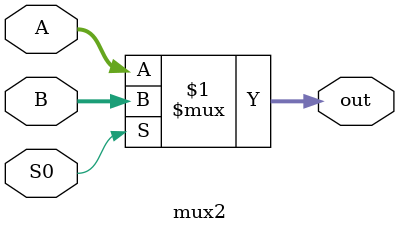
<source format=v>
`timescale 1ns / 1ps

module mux2(
	input [1:0] A, 
	input [1:0]B, 
	input S0,	
	output [1:0]out
    );
	
	assign out = (S0) ? B: A; 

endmodule


</source>
